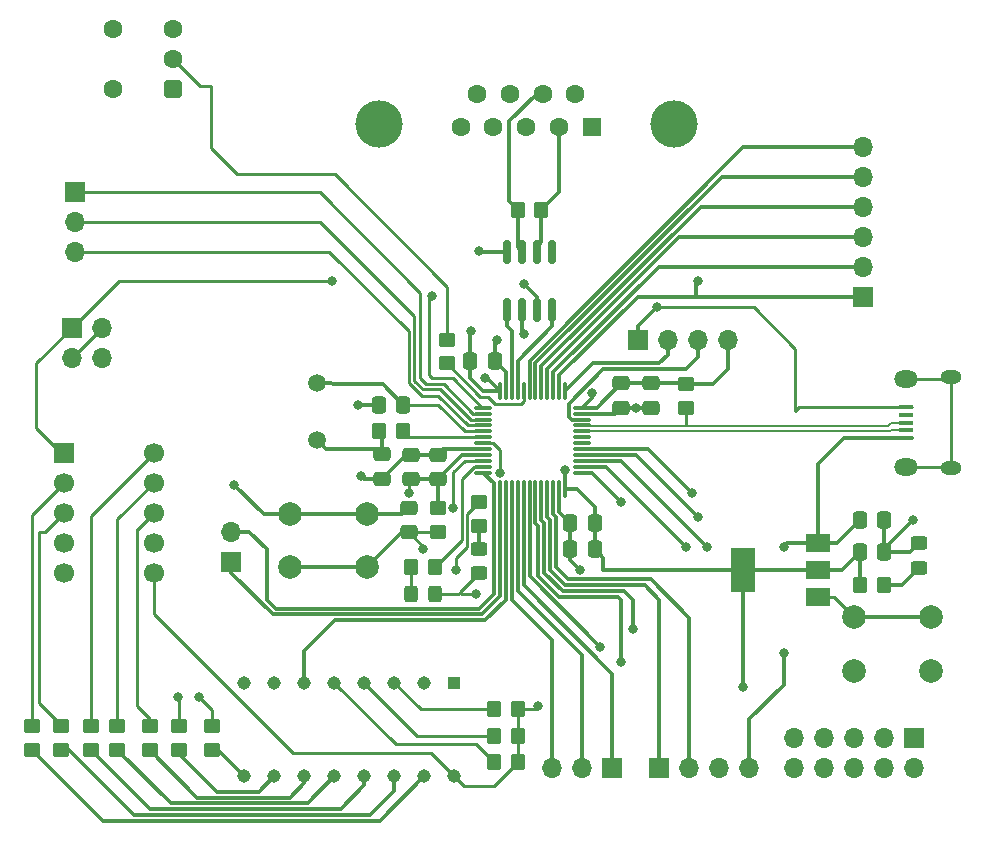
<source format=gbr>
%TF.GenerationSoftware,KiCad,Pcbnew,6.0.9-8da3e8f707~117~ubuntu18.04.1*%
%TF.CreationDate,2023-01-22T23:16:31+05:30*%
%TF.ProjectId,f103_V2,66313033-5f56-4322-9e6b-696361645f70,rev?*%
%TF.SameCoordinates,Original*%
%TF.FileFunction,Copper,L1,Top*%
%TF.FilePolarity,Positive*%
%FSLAX46Y46*%
G04 Gerber Fmt 4.6, Leading zero omitted, Abs format (unit mm)*
G04 Created by KiCad (PCBNEW 6.0.9-8da3e8f707~117~ubuntu18.04.1) date 2023-01-22 23:16:31*
%MOMM*%
%LPD*%
G01*
G04 APERTURE LIST*
G04 Aperture macros list*
%AMRoundRect*
0 Rectangle with rounded corners*
0 $1 Rounding radius*
0 $2 $3 $4 $5 $6 $7 $8 $9 X,Y pos of 4 corners*
0 Add a 4 corners polygon primitive as box body*
4,1,4,$2,$3,$4,$5,$6,$7,$8,$9,$2,$3,0*
0 Add four circle primitives for the rounded corners*
1,1,$1+$1,$2,$3*
1,1,$1+$1,$4,$5*
1,1,$1+$1,$6,$7*
1,1,$1+$1,$8,$9*
0 Add four rect primitives between the rounded corners*
20,1,$1+$1,$2,$3,$4,$5,0*
20,1,$1+$1,$4,$5,$6,$7,0*
20,1,$1+$1,$6,$7,$8,$9,0*
20,1,$1+$1,$8,$9,$2,$3,0*%
G04 Aperture macros list end*
%TA.AperFunction,ComponentPad*%
%ADD10R,1.700000X1.700000*%
%TD*%
%TA.AperFunction,ComponentPad*%
%ADD11O,1.700000X1.700000*%
%TD*%
%TA.AperFunction,SMDPad,CuDef*%
%ADD12RoundRect,0.075000X-0.662500X-0.075000X0.662500X-0.075000X0.662500X0.075000X-0.662500X0.075000X0*%
%TD*%
%TA.AperFunction,SMDPad,CuDef*%
%ADD13RoundRect,0.075000X-0.075000X-0.662500X0.075000X-0.662500X0.075000X0.662500X-0.075000X0.662500X0*%
%TD*%
%TA.AperFunction,SMDPad,CuDef*%
%ADD14RoundRect,0.250000X0.350000X0.450000X-0.350000X0.450000X-0.350000X-0.450000X0.350000X-0.450000X0*%
%TD*%
%TA.AperFunction,ComponentPad*%
%ADD15C,4.000000*%
%TD*%
%TA.AperFunction,ComponentPad*%
%ADD16R,1.600000X1.600000*%
%TD*%
%TA.AperFunction,ComponentPad*%
%ADD17C,1.600000*%
%TD*%
%TA.AperFunction,SMDPad,CuDef*%
%ADD18RoundRect,0.250000X-0.337500X-0.475000X0.337500X-0.475000X0.337500X0.475000X-0.337500X0.475000X0*%
%TD*%
%TA.AperFunction,SMDPad,CuDef*%
%ADD19RoundRect,0.250000X0.450000X-0.350000X0.450000X0.350000X-0.450000X0.350000X-0.450000X-0.350000X0*%
%TD*%
%TA.AperFunction,ComponentPad*%
%ADD20C,2.000000*%
%TD*%
%TA.AperFunction,ComponentPad*%
%ADD21C,1.500000*%
%TD*%
%TA.AperFunction,SMDPad,CuDef*%
%ADD22RoundRect,0.250000X0.450000X-0.325000X0.450000X0.325000X-0.450000X0.325000X-0.450000X-0.325000X0*%
%TD*%
%TA.AperFunction,ComponentPad*%
%ADD23RoundRect,0.400000X-0.400000X-0.400000X0.400000X-0.400000X0.400000X0.400000X-0.400000X0.400000X0*%
%TD*%
%TA.AperFunction,SMDPad,CuDef*%
%ADD24R,1.300000X0.450000*%
%TD*%
%TA.AperFunction,ComponentPad*%
%ADD25O,1.800000X1.150000*%
%TD*%
%TA.AperFunction,ComponentPad*%
%ADD26O,2.000000X1.450000*%
%TD*%
%TA.AperFunction,SMDPad,CuDef*%
%ADD27RoundRect,0.250000X0.337500X0.475000X-0.337500X0.475000X-0.337500X-0.475000X0.337500X-0.475000X0*%
%TD*%
%TA.AperFunction,SMDPad,CuDef*%
%ADD28RoundRect,0.250000X-0.450000X0.350000X-0.450000X-0.350000X0.450000X-0.350000X0.450000X0.350000X0*%
%TD*%
%TA.AperFunction,SMDPad,CuDef*%
%ADD29RoundRect,0.150000X0.150000X-0.825000X0.150000X0.825000X-0.150000X0.825000X-0.150000X-0.825000X0*%
%TD*%
%TA.AperFunction,SMDPad,CuDef*%
%ADD30RoundRect,0.250000X-0.350000X-0.450000X0.350000X-0.450000X0.350000X0.450000X-0.350000X0.450000X0*%
%TD*%
%TA.AperFunction,SMDPad,CuDef*%
%ADD31RoundRect,0.250000X-0.475000X0.337500X-0.475000X-0.337500X0.475000X-0.337500X0.475000X0.337500X0*%
%TD*%
%TA.AperFunction,SMDPad,CuDef*%
%ADD32R,2.000000X1.500000*%
%TD*%
%TA.AperFunction,SMDPad,CuDef*%
%ADD33R,2.000000X3.800000*%
%TD*%
%TA.AperFunction,SMDPad,CuDef*%
%ADD34RoundRect,0.250000X0.475000X-0.337500X0.475000X0.337500X-0.475000X0.337500X-0.475000X-0.337500X0*%
%TD*%
%TA.AperFunction,SMDPad,CuDef*%
%ADD35RoundRect,0.250000X0.325000X0.450000X-0.325000X0.450000X-0.325000X-0.450000X0.325000X-0.450000X0*%
%TD*%
%TA.AperFunction,ComponentPad*%
%ADD36C,1.700000*%
%TD*%
%TA.AperFunction,SMDPad,CuDef*%
%ADD37RoundRect,0.250000X-0.450000X0.325000X-0.450000X-0.325000X0.450000X-0.325000X0.450000X0.325000X0*%
%TD*%
%TA.AperFunction,ComponentPad*%
%ADD38R,1.140000X1.140000*%
%TD*%
%TA.AperFunction,ComponentPad*%
%ADD39C,1.140000*%
%TD*%
%TA.AperFunction,ViaPad*%
%ADD40C,0.800000*%
%TD*%
%TA.AperFunction,Conductor*%
%ADD41C,0.250000*%
%TD*%
%TA.AperFunction,Conductor*%
%ADD42C,0.200000*%
%TD*%
%TA.AperFunction,Conductor*%
%ADD43C,0.300000*%
%TD*%
G04 APERTURE END LIST*
D10*
%TO.P,J5,1,Pin_1*%
%TO.N,/SPI_1_MOSI*%
X155250000Y-120750000D03*
D11*
%TO.P,J5,2,Pin_2*%
%TO.N,/SPI_1_MISO*%
X152710000Y-120750000D03*
%TO.P,J5,3,Pin_3*%
%TO.N,/SPI_1_SCK*%
X150170000Y-120750000D03*
%TD*%
D12*
%TO.P,U4,1,VBAT*%
%TO.N,+3.3V*%
X144337500Y-90250000D03*
%TO.P,U4,2,PC13*%
%TO.N,/PC13*%
X144337500Y-90750000D03*
%TO.P,U4,3,PC14*%
%TO.N,/PC14*%
X144337500Y-91250000D03*
%TO.P,U4,4,PC15*%
%TO.N,/PC15*%
X144337500Y-91750000D03*
%TO.P,U4,5,PD0*%
%TO.N,/OSC_IN*%
X144337500Y-92250000D03*
%TO.P,U4,6,PD1*%
%TO.N,/OSC_OUT*%
X144337500Y-92750000D03*
%TO.P,U4,7,NRST*%
%TO.N,/RESET*%
X144337500Y-93250000D03*
%TO.P,U4,8,VSSA*%
%TO.N,GND*%
X144337500Y-93750000D03*
%TO.P,U4,9,VDDA*%
%TO.N,+3.3V*%
X144337500Y-94250000D03*
%TO.P,U4,10,PA0*%
%TO.N,/LED1*%
X144337500Y-94750000D03*
%TO.P,U4,11,PA1*%
%TO.N,/LED2*%
X144337500Y-95250000D03*
%TO.P,U4,12,PA2*%
%TO.N,/UART_2_Tx*%
X144337500Y-95750000D03*
D13*
%TO.P,U4,13,PA3*%
%TO.N,/UART_2_Rx*%
X145750000Y-97162500D03*
%TO.P,U4,14,PA4*%
%TO.N,/Display_D*%
X146250000Y-97162500D03*
%TO.P,U4,15,PA5*%
%TO.N,/SPI_1_SCK*%
X146750000Y-97162500D03*
%TO.P,U4,16,PA6*%
%TO.N,/SPI_1_MISO*%
X147250000Y-97162500D03*
%TO.P,U4,17,PA7*%
%TO.N,/SPI_1_MOSI*%
X147750000Y-97162500D03*
%TO.P,U4,18,PB0*%
%TO.N,/Display_C*%
X148250000Y-97162500D03*
%TO.P,U4,19,PB1*%
%TO.N,/Display_B*%
X148750000Y-97162500D03*
%TO.P,U4,20,PB2*%
%TO.N,/Display_A*%
X149250000Y-97162500D03*
%TO.P,U4,21,PB10*%
%TO.N,/UART_3_Tx*%
X149750000Y-97162500D03*
%TO.P,U4,22,PB11*%
%TO.N,/UART_3_Rx*%
X150250000Y-97162500D03*
%TO.P,U4,23,VSS*%
%TO.N,GND*%
X150750000Y-97162500D03*
%TO.P,U4,24,VDD*%
%TO.N,+3.3V*%
X151250000Y-97162500D03*
D12*
%TO.P,U4,25,PB12*%
%TO.N,/Usr_Push_btn*%
X152662500Y-95750000D03*
%TO.P,U4,26,PB13*%
%TO.N,/SPI_2_SCK*%
X152662500Y-95250000D03*
%TO.P,U4,27,PB14*%
%TO.N,/SPI_2_MISO*%
X152662500Y-94750000D03*
%TO.P,U4,28,PB15*%
%TO.N,/SPI_2_MOSI*%
X152662500Y-94250000D03*
%TO.P,U4,29,PA8*%
%TO.N,/CS*%
X152662500Y-93750000D03*
%TO.P,U4,30,PA9*%
%TO.N,/A9*%
X152662500Y-93250000D03*
%TO.P,U4,31,PA10*%
%TO.N,/A10*%
X152662500Y-92750000D03*
%TO.P,U4,32,PA11*%
%TO.N,/USB_D-*%
X152662500Y-92250000D03*
%TO.P,U4,33,PA12*%
%TO.N,/USB_D+*%
X152662500Y-91750000D03*
%TO.P,U4,34,PA13*%
%TO.N,/SW_DIO*%
X152662500Y-91250000D03*
%TO.P,U4,35,VSS*%
%TO.N,GND*%
X152662500Y-90750000D03*
%TO.P,U4,36,VDD*%
%TO.N,+3.3V*%
X152662500Y-90250000D03*
D13*
%TO.P,U4,37,PA14*%
%TO.N,/SW_SCK*%
X151250000Y-88837500D03*
%TO.P,U4,38,PA15*%
%TO.N,/PA15*%
X150750000Y-88837500D03*
%TO.P,U4,39,PB3*%
%TO.N,/SW_Trace*%
X150250000Y-88837500D03*
%TO.P,U4,40,PB4*%
%TO.N,/PB4*%
X149750000Y-88837500D03*
%TO.P,U4,41,PB5*%
%TO.N,/PB5*%
X149250000Y-88837500D03*
%TO.P,U4,42,PB6*%
%TO.N,/I2C_1_SCL*%
X148750000Y-88837500D03*
%TO.P,U4,43,PB7*%
%TO.N,/I2C_1_SDA*%
X148250000Y-88837500D03*
%TO.P,U4,44,BOOT0*%
%TO.N,/BOOT0*%
X147750000Y-88837500D03*
%TO.P,U4,45,PB8*%
%TO.N,/CAN_Rx*%
X147250000Y-88837500D03*
%TO.P,U4,46,PB9*%
%TO.N,/CAN_Tx*%
X146750000Y-88837500D03*
%TO.P,U4,47,VSS*%
%TO.N,GND*%
X146250000Y-88837500D03*
%TO.P,U4,48,VDD*%
%TO.N,+3.3V*%
X145750000Y-88837500D03*
%TD*%
D14*
%TO.P,R3,2*%
%TO.N,Net-(R3-Pad2)*%
X145250000Y-120250000D03*
%TO.P,R3,1*%
%TO.N,VBUS*%
X147250000Y-120250000D03*
%TD*%
D15*
%TO.P,J10,0,PAD*%
%TO.N,unconnected-(J10-Pad0)*%
X160460000Y-66200000D03*
X135460000Y-66200000D03*
D16*
%TO.P,J10,1,1*%
%TO.N,/PA15*%
X153500000Y-66500000D03*
D17*
%TO.P,J10,2,2*%
%TO.N,Net-(J10-Pad2)*%
X150730000Y-66500000D03*
%TO.P,J10,3,3*%
%TO.N,GND*%
X147960000Y-66500000D03*
%TO.P,J10,4,4*%
%TO.N,unconnected-(J10-Pad4)*%
X145190000Y-66500000D03*
%TO.P,J10,5,5*%
%TO.N,unconnected-(J10-Pad5)*%
X142420000Y-66500000D03*
%TO.P,J10,6,6*%
%TO.N,GND*%
X152115000Y-63660000D03*
%TO.P,J10,7,7*%
%TO.N,Net-(J10-Pad7)*%
X149345000Y-63660000D03*
%TO.P,J10,8,8*%
%TO.N,unconnected-(J10-Pad8)*%
X146575000Y-63660000D03*
%TO.P,J10,9,9*%
%TO.N,VBUS*%
X143805000Y-63660000D03*
%TD*%
D18*
%TO.P,C2,1*%
%TO.N,VBUS*%
X176212500Y-99750000D03*
%TO.P,C2,2*%
%TO.N,GND*%
X178287500Y-99750000D03*
%TD*%
D19*
%TO.P,R17,1*%
%TO.N,Net-(D2-Pad2)*%
X144000000Y-100250000D03*
%TO.P,R17,2*%
%TO.N,/LED1*%
X144000000Y-98250000D03*
%TD*%
D14*
%TO.P,R1,2*%
%TO.N,Net-(R1-Pad2)*%
X145250000Y-115750000D03*
%TO.P,R1,1*%
%TO.N,VBUS*%
X147250000Y-115750000D03*
%TD*%
D18*
%TO.P,C7,1*%
%TO.N,+3.3V*%
X143212500Y-86250000D03*
%TO.P,C7,2*%
%TO.N,GND*%
X145287500Y-86250000D03*
%TD*%
D20*
%TO.P,SW3,1,1*%
%TO.N,GND*%
X175750000Y-108000000D03*
X182250000Y-108000000D03*
%TO.P,SW3,2,2*%
%TO.N,/Usr_Push_btn*%
X175750000Y-112500000D03*
X182250000Y-112500000D03*
%TD*%
D21*
%TO.P,Y1,1,1*%
%TO.N,Net-(C3-Pad1)*%
X130250000Y-93000000D03*
%TO.P,Y1,2,2*%
%TO.N,/OSC_IN*%
X130250000Y-88120000D03*
%TD*%
D10*
%TO.P,J3,1,Pin_1*%
%TO.N,/PA15*%
X176500000Y-80850000D03*
D11*
%TO.P,J3,2,Pin_2*%
%TO.N,/SW_Trace*%
X176500000Y-78310000D03*
%TO.P,J3,3,Pin_3*%
%TO.N,/PB4*%
X176500000Y-75770000D03*
%TO.P,J3,4,Pin_4*%
%TO.N,/PB5*%
X176500000Y-73230000D03*
%TO.P,J3,5,Pin_5*%
%TO.N,/I2C_1_SCL*%
X176500000Y-70690000D03*
%TO.P,J3,6,Pin_6*%
%TO.N,/I2C_1_SDA*%
X176500000Y-68150000D03*
%TD*%
D10*
%TO.P,J6,1,Pin_1*%
%TO.N,/UART_2_Rx*%
X123000000Y-103275000D03*
D11*
%TO.P,J6,2,Pin_2*%
%TO.N,/UART_2_Tx*%
X123000000Y-100735000D03*
%TD*%
D22*
%TO.P,D2,1,K*%
%TO.N,GND*%
X144000000Y-104275000D03*
%TO.P,D2,2,A*%
%TO.N,Net-(D2-Pad2)*%
X144000000Y-102225000D03*
%TD*%
D17*
%TO.P,SW2,*%
%TO.N,*%
X113010000Y-63290000D03*
X113010000Y-58210000D03*
D23*
%TO.P,SW2,1,A*%
%TO.N,GND*%
X118090000Y-63290000D03*
D17*
%TO.P,SW2,2,B*%
%TO.N,Net-(R7-Pad1)*%
X118090000Y-60750000D03*
%TO.P,SW2,3,C*%
%TO.N,+3.3V*%
X118090000Y-58210000D03*
%TD*%
D24*
%TO.P,J9,1,VBUS*%
%TO.N,VBUS*%
X180095000Y-92805000D03*
%TO.P,J9,2,D-*%
%TO.N,/USB_D-*%
X180095000Y-92155000D03*
%TO.P,J9,3,D+*%
%TO.N,/USB_D+*%
X180095000Y-91505000D03*
%TO.P,J9,4,ID*%
%TO.N,unconnected-(J9-Pad4)*%
X180095000Y-90855000D03*
%TO.P,J9,5,GND*%
%TO.N,GND*%
X180095000Y-90205000D03*
D25*
%TO.P,J9,6,Shield*%
%TO.N,unconnected-(J9-Pad6)*%
X183945000Y-87630000D03*
D26*
X180145000Y-95230000D03*
X180145000Y-87780000D03*
D25*
X183945000Y-95380000D03*
%TD*%
D19*
%TO.P,R13,1*%
%TO.N,Net-(R13-Pad1)*%
X106100000Y-119220000D03*
%TO.P,R13,2*%
%TO.N,Net-(R13-Pad2)*%
X106100000Y-117220000D03*
%TD*%
D27*
%TO.P,C11,1*%
%TO.N,+3.3V*%
X153750000Y-102250000D03*
%TO.P,C11,2*%
%TO.N,GND*%
X151675000Y-102250000D03*
%TD*%
D28*
%TO.P,R7,1*%
%TO.N,Net-(R7-Pad1)*%
X141250000Y-84500000D03*
%TO.P,R7,2*%
%TO.N,/BOOT0*%
X141250000Y-86500000D03*
%TD*%
D19*
%TO.P,R8,1*%
%TO.N,Net-(R8-Pad1)*%
X111100000Y-119220000D03*
%TO.P,R8,2*%
%TO.N,Net-(R8-Pad2)*%
X111100000Y-117220000D03*
%TD*%
%TO.P,R15,1*%
%TO.N,/USB_D+*%
X161500000Y-90250000D03*
%TO.P,R15,2*%
%TO.N,+3.3V*%
X161500000Y-88250000D03*
%TD*%
D29*
%TO.P,U5,1,TXD*%
%TO.N,/CAN_Tx*%
X146345000Y-81975000D03*
%TO.P,U5,2,VSS*%
%TO.N,GND*%
X147615000Y-81975000D03*
%TO.P,U5,3,VDD*%
%TO.N,VBUS*%
X148885000Y-81975000D03*
%TO.P,U5,4,RXD*%
%TO.N,/CAN_Rx*%
X150155000Y-81975000D03*
%TO.P,U5,5,Vref*%
%TO.N,unconnected-(U5-Pad5)*%
X150155000Y-77025000D03*
%TO.P,U5,6,CANL*%
%TO.N,Net-(J10-Pad2)*%
X148885000Y-77025000D03*
%TO.P,U5,7,CANH*%
%TO.N,Net-(J10-Pad7)*%
X147615000Y-77025000D03*
%TO.P,U5,8,Rs*%
%TO.N,GND*%
X146345000Y-77025000D03*
%TD*%
D10*
%TO.P,J1,1,Pin_1*%
%TO.N,GND*%
X157450000Y-84500000D03*
D11*
%TO.P,J1,2,Pin_2*%
%TO.N,/SW_SCK*%
X159990000Y-84500000D03*
%TO.P,J1,3,Pin_3*%
%TO.N,/SW_DIO*%
X162530000Y-84500000D03*
%TO.P,J1,4,Pin_4*%
%TO.N,+3.3V*%
X165070000Y-84500000D03*
%TD*%
%TO.P,J2,3,Pin_3*%
%TO.N,/PC15*%
X109750000Y-77055000D03*
%TO.P,J2,2,Pin_2*%
%TO.N,/PC14*%
X109750000Y-74515000D03*
D10*
%TO.P,J2,1,Pin_1*%
%TO.N,/PC13*%
X109750000Y-71975000D03*
%TD*%
D27*
%TO.P,C12,1*%
%TO.N,+3.3V*%
X153750000Y-100000000D03*
%TO.P,C12,2*%
%TO.N,GND*%
X151675000Y-100000000D03*
%TD*%
D19*
%TO.P,R11,1*%
%TO.N,Net-(R11-Pad1)*%
X118600000Y-119220000D03*
%TO.P,R11,2*%
%TO.N,Net-(R11-Pad2)*%
X118600000Y-117220000D03*
%TD*%
D30*
%TO.P,R18,1*%
%TO.N,Net-(D3-Pad2)*%
X138250000Y-103750000D03*
%TO.P,R18,2*%
%TO.N,/LED2*%
X140250000Y-103750000D03*
%TD*%
D19*
%TO.P,R12,1*%
%TO.N,Net-(R12-Pad1)*%
X121350000Y-119220000D03*
%TO.P,R12,2*%
%TO.N,Net-(R12-Pad2)*%
X121350000Y-117220000D03*
%TD*%
D10*
%TO.P,J8,1,Pin_1*%
%TO.N,/UART_3_Tx*%
X159250000Y-120750000D03*
D11*
%TO.P,J8,2,Pin_2*%
%TO.N,/UART_3_Rx*%
X161790000Y-120750000D03*
%TO.P,J8,3,Pin_3*%
%TO.N,GND*%
X164330000Y-120750000D03*
%TO.P,J8,4,Pin_4*%
%TO.N,VBUS*%
X166870000Y-120750000D03*
%TD*%
D14*
%TO.P,R2,1*%
%TO.N,VBUS*%
X147250000Y-118000000D03*
%TO.P,R2,2*%
%TO.N,Net-(R2-Pad2)*%
X145250000Y-118000000D03*
%TD*%
D20*
%TO.P,SW1,1,1*%
%TO.N,GND*%
X134500000Y-99250000D03*
X128000000Y-99250000D03*
%TO.P,SW1,2,2*%
%TO.N,/RESET*%
X134500000Y-103750000D03*
X128000000Y-103750000D03*
%TD*%
D18*
%TO.P,C5,1*%
%TO.N,GND*%
X135462500Y-90000000D03*
%TO.P,C5,2*%
%TO.N,/OSC_IN*%
X137537500Y-90000000D03*
%TD*%
D31*
%TO.P,C6,1*%
%TO.N,+3.3V*%
X156000000Y-88175000D03*
%TO.P,C6,2*%
%TO.N,GND*%
X156000000Y-90250000D03*
%TD*%
D32*
%TO.P,U1,1,GND*%
%TO.N,GND*%
X172650000Y-106300000D03*
%TO.P,U1,2,VO*%
%TO.N,+3.3V*%
X172650000Y-104000000D03*
D33*
X166350000Y-104000000D03*
D32*
%TO.P,U1,3,VI*%
%TO.N,VBUS*%
X172650000Y-101700000D03*
%TD*%
D34*
%TO.P,C1,1*%
%TO.N,/RESET*%
X138000000Y-100787500D03*
%TO.P,C1,2*%
%TO.N,GND*%
X138000000Y-98712500D03*
%TD*%
%TO.P,C9,1*%
%TO.N,+3.3V*%
X140500000Y-96287500D03*
%TO.P,C9,2*%
%TO.N,GND*%
X140500000Y-94212500D03*
%TD*%
D28*
%TO.P,R4,1*%
%TO.N,+3.3V*%
X140500000Y-98750000D03*
%TO.P,R4,2*%
%TO.N,/RESET*%
X140500000Y-100750000D03*
%TD*%
D18*
%TO.P,C4,1*%
%TO.N,+3.3V*%
X176212500Y-102500000D03*
%TO.P,C4,2*%
%TO.N,GND*%
X178287500Y-102500000D03*
%TD*%
D14*
%TO.P,R16,1*%
%TO.N,Net-(J10-Pad2)*%
X149250000Y-73500000D03*
%TO.P,R16,2*%
%TO.N,Net-(J10-Pad7)*%
X147250000Y-73500000D03*
%TD*%
D35*
%TO.P,D3,1,K*%
%TO.N,GND*%
X140275000Y-106000000D03*
%TO.P,D3,2,A*%
%TO.N,Net-(D3-Pad2)*%
X138225000Y-106000000D03*
%TD*%
D19*
%TO.P,R9,1*%
%TO.N,Net-(R9-Pad1)*%
X113350000Y-119220000D03*
%TO.P,R9,2*%
%TO.N,Net-(R9-Pad2)*%
X113350000Y-117220000D03*
%TD*%
D31*
%TO.P,C3,1*%
%TO.N,Net-(C3-Pad1)*%
X135750000Y-94175000D03*
%TO.P,C3,2*%
%TO.N,GND*%
X135750000Y-96250000D03*
%TD*%
D19*
%TO.P,R14,1*%
%TO.N,Net-(R14-Pad1)*%
X108600000Y-119220000D03*
%TO.P,R14,2*%
%TO.N,Net-(R14-Pad2)*%
X108600000Y-117220000D03*
%TD*%
D34*
%TO.P,C8,1*%
%TO.N,+3.3V*%
X138250000Y-96287500D03*
%TO.P,C8,2*%
%TO.N,GND*%
X138250000Y-94212500D03*
%TD*%
D14*
%TO.P,R5,1*%
%TO.N,/OSC_OUT*%
X137500000Y-92250000D03*
%TO.P,R5,2*%
%TO.N,Net-(C3-Pad1)*%
X135500000Y-92250000D03*
%TD*%
D10*
%TO.P,U3,1,CA*%
%TO.N,VBUS*%
X108817500Y-94047500D03*
D36*
%TO.P,U3,2,F*%
%TO.N,Net-(R13-Pad2)*%
X108817500Y-96587500D03*
%TO.P,U3,3,G*%
%TO.N,Net-(R14-Pad2)*%
X108817500Y-99127500D03*
%TO.P,U3,4,E*%
%TO.N,Net-(R12-Pad2)*%
X108817500Y-101667500D03*
%TO.P,U3,5,D*%
%TO.N,Net-(R11-Pad2)*%
X108817500Y-104207500D03*
%TO.P,U3,6,CA*%
%TO.N,VBUS*%
X116437500Y-104207500D03*
%TO.P,U3,7,DP*%
%TO.N,unconnected-(U3-Pad7)*%
X116437500Y-101667500D03*
%TO.P,U3,8,C*%
%TO.N,Net-(R10-Pad2)*%
X116437500Y-99127500D03*
%TO.P,U3,9,B*%
%TO.N,Net-(R9-Pad2)*%
X116437500Y-96587500D03*
%TO.P,U3,10,A*%
%TO.N,Net-(R8-Pad2)*%
X116437500Y-94047500D03*
%TD*%
D37*
%TO.P,D1,1,K*%
%TO.N,GND*%
X181250000Y-101725000D03*
%TO.P,D1,2,A*%
%TO.N,Net-(D1-Pad2)*%
X181250000Y-103775000D03*
%TD*%
D14*
%TO.P,R6,1*%
%TO.N,Net-(D1-Pad2)*%
X178250000Y-105250000D03*
%TO.P,R6,2*%
%TO.N,+3.3V*%
X176250000Y-105250000D03*
%TD*%
D19*
%TO.P,R10,1*%
%TO.N,Net-(R10-Pad1)*%
X116100000Y-119220000D03*
%TO.P,R10,2*%
%TO.N,Net-(R10-Pad2)*%
X116100000Y-117220000D03*
%TD*%
D10*
%TO.P,J4,1,Pin_1*%
%TO.N,VBUS*%
X109500000Y-83500000D03*
D11*
%TO.P,J4,2,Pin_2*%
%TO.N,GND*%
X112040000Y-83500000D03*
%TO.P,J4,3,Pin_3*%
X109500000Y-86040000D03*
%TO.P,J4,4,Pin_4*%
%TO.N,+3.3V*%
X112040000Y-86040000D03*
%TD*%
D38*
%TO.P,U2,1,B*%
%TO.N,/Display_B*%
X141890000Y-113530000D03*
D39*
%TO.P,U2,2,C*%
%TO.N,/Display_C*%
X139350000Y-113530000D03*
%TO.P,U2,3,LT*%
%TO.N,Net-(R1-Pad2)*%
X136810000Y-113530000D03*
%TO.P,U2,4,BI*%
%TO.N,Net-(R2-Pad2)*%
X134270000Y-113530000D03*
%TO.P,U2,5,RBI*%
%TO.N,Net-(R3-Pad2)*%
X131730000Y-113530000D03*
%TO.P,U2,6,D*%
%TO.N,/Display_D*%
X129190000Y-113530000D03*
%TO.P,U2,7,A*%
%TO.N,/Display_A*%
X126650000Y-113530000D03*
%TO.P,U2,8,GND*%
%TO.N,GND*%
X124110000Y-113530000D03*
%TO.P,U2,9,e*%
%TO.N,Net-(R12-Pad1)*%
X124110000Y-121470000D03*
%TO.P,U2,10,d*%
%TO.N,Net-(R11-Pad1)*%
X126650000Y-121470000D03*
%TO.P,U2,11,c*%
%TO.N,Net-(R10-Pad1)*%
X129190000Y-121470000D03*
%TO.P,U2,12,b*%
%TO.N,Net-(R9-Pad1)*%
X131730000Y-121470000D03*
%TO.P,U2,13,a*%
%TO.N,Net-(R8-Pad1)*%
X134270000Y-121470000D03*
%TO.P,U2,14,g*%
%TO.N,Net-(R14-Pad1)*%
X136810000Y-121470000D03*
%TO.P,U2,15,f*%
%TO.N,Net-(R13-Pad1)*%
X139350000Y-121470000D03*
%TO.P,U2,16,VCC*%
%TO.N,VBUS*%
X141890000Y-121470000D03*
%TD*%
D31*
%TO.P,C10,1*%
%TO.N,+3.3V*%
X158500000Y-88175000D03*
%TO.P,C10,2*%
%TO.N,GND*%
X158500000Y-90250000D03*
%TD*%
D10*
%TO.P,J7,1,Pin_1*%
%TO.N,unconnected-(J7-Pad1)*%
X180830000Y-118210000D03*
D11*
%TO.P,J7,2,Pin_2*%
%TO.N,unconnected-(J7-Pad2)*%
X180830000Y-120750000D03*
%TO.P,J7,3,Pin_3*%
%TO.N,unconnected-(J7-Pad3)*%
X178290000Y-118210000D03*
%TO.P,J7,4,Pin_4*%
%TO.N,/SPI_2_MISO*%
X178290000Y-120750000D03*
%TO.P,J7,5,Pin_5*%
%TO.N,/SPI_2_MOSI*%
X175750000Y-118210000D03*
%TO.P,J7,6,Pin_6*%
%TO.N,/SPI_2_SCK*%
X175750000Y-120750000D03*
%TO.P,J7,7,Pin_7*%
%TO.N,/CS*%
X173210000Y-118210000D03*
%TO.P,J7,8,Pin_8*%
%TO.N,unconnected-(J7-Pad8)*%
X173210000Y-120750000D03*
%TO.P,J7,9,Pin_9*%
%TO.N,+3.3V*%
X170670000Y-118210000D03*
%TO.P,J7,10,Pin_10*%
%TO.N,GND*%
X170670000Y-120750000D03*
%TD*%
D40*
%TO.N,/RESET*%
X139250000Y-102250000D03*
%TO.N,/LED1*%
X142000000Y-104000000D03*
%TO.N,VBUS*%
X147750000Y-79750000D03*
%TO.N,GND*%
X157250000Y-90250000D03*
X159000000Y-81750000D03*
%TO.N,/PA15*%
X162500000Y-79500000D03*
%TO.N,/Usr_Push_btn*%
X156000000Y-98250000D03*
%TO.N,GND*%
X144000000Y-77000000D03*
%TO.N,+3.3V*%
X143250000Y-83750000D03*
%TO.N,GND*%
X134000000Y-96000000D03*
X123250000Y-96750000D03*
%TO.N,+3.3V*%
X138000000Y-97500000D03*
%TO.N,GND*%
X152500000Y-104000000D03*
X145500000Y-84500000D03*
X147750000Y-84000000D03*
X133750000Y-90000000D03*
X180750000Y-99750000D03*
X143750000Y-106000000D03*
%TO.N,+3.3V*%
X144500000Y-87750000D03*
X153529977Y-89029977D03*
X151250000Y-95500000D03*
%TO.N,VBUS*%
X131500000Y-79500000D03*
%TO.N,+3.3V*%
X140000000Y-80750000D03*
%TO.N,/LED1*%
X141799500Y-98750000D03*
%TO.N,/RESET*%
X145750000Y-95750000D03*
%TO.N,Net-(R11-Pad2)*%
X118500000Y-114750000D03*
%TO.N,Net-(R12-Pad2)*%
X120250000Y-114750000D03*
%TO.N,VBUS*%
X149000000Y-115500000D03*
X169750000Y-111000000D03*
X169750000Y-102000000D03*
%TO.N,+3.3V*%
X166350000Y-113890000D03*
%TO.N,/Display_C*%
X154250000Y-110500000D03*
%TO.N,/Display_B*%
X156000000Y-111750000D03*
%TO.N,/Display_A*%
X157000000Y-109000000D03*
%TO.N,/CS*%
X162000000Y-97500000D03*
%TO.N,/SPI_2_MOSI*%
X162500000Y-99500000D03*
%TO.N,/SPI_2_SCK*%
X161500000Y-102000000D03*
%TO.N,/SPI_2_MISO*%
X163250000Y-102000000D03*
%TD*%
D41*
%TO.N,/USB_D+*%
X161500000Y-90250000D02*
X161500000Y-91750000D01*
%TO.N,unconnected-(J9-Pad6)*%
X183945000Y-87630000D02*
X183945000Y-95380000D01*
X180145000Y-95230000D02*
X183795000Y-95230000D01*
X183795000Y-95230000D02*
X183945000Y-95380000D01*
X180145000Y-87780000D02*
X183795000Y-87780000D01*
X183795000Y-87780000D02*
X183945000Y-87630000D01*
D42*
%TO.N,/USB_D-*%
X178763698Y-92225000D02*
X178833698Y-92155000D01*
X178833698Y-92155000D02*
X180095000Y-92155000D01*
%TO.N,/USB_D+*%
X152687499Y-91774999D02*
X178577298Y-91775000D01*
X152662500Y-91750000D02*
X152687499Y-91774999D01*
X178577298Y-91775000D02*
X178847298Y-91505000D01*
X178847298Y-91505000D02*
X180095000Y-91505000D01*
%TO.N,/USB_D-*%
X152662500Y-92250000D02*
X152687499Y-92225001D01*
X152687499Y-92225001D02*
X178763698Y-92225000D01*
D41*
%TO.N,GND*%
X167250000Y-81750000D02*
X170750000Y-85250000D01*
X159000000Y-81750000D02*
X167250000Y-81750000D01*
X170750000Y-85250000D02*
X170750000Y-90500000D01*
X170750000Y-90500000D02*
X171045000Y-90205000D01*
X171045000Y-90205000D02*
X180095000Y-90205000D01*
D42*
%TO.N,/USB_D-*%
X180525000Y-92225000D02*
X180595000Y-92155000D01*
%TO.N,/USB_D+*%
X179690498Y-91505000D02*
X180595000Y-91505000D01*
D43*
%TO.N,VBUS*%
X172650000Y-95000000D02*
X174845000Y-92805000D01*
X172650000Y-101700000D02*
X172650000Y-95000000D01*
X174845000Y-92805000D02*
X180595000Y-92805000D01*
D41*
%TO.N,GND*%
X180595000Y-90205000D02*
X179870000Y-90205000D01*
%TO.N,/RESET*%
X139250000Y-102250000D02*
X139250000Y-102037500D01*
X139250000Y-102037500D02*
X138000000Y-100787500D01*
%TO.N,/LED1*%
X142000000Y-104000000D02*
X142000000Y-103000000D01*
X143974500Y-98250000D02*
X144000000Y-98250000D01*
X142000000Y-103000000D02*
X142974500Y-102025500D01*
X142974500Y-102025500D02*
X142974500Y-99250000D01*
X142974500Y-99250000D02*
X143974500Y-98250000D01*
%TO.N,/LED2*%
X142524500Y-96259815D02*
X142524500Y-101475500D01*
%TO.N,/RESET*%
X138000000Y-100787500D02*
X138037500Y-100750000D01*
X138037500Y-100750000D02*
X140500000Y-100750000D01*
D43*
%TO.N,/OSC_IN*%
X130250000Y-88120000D02*
X131433932Y-88120000D01*
X131433932Y-88120000D02*
X131591966Y-88278034D01*
%TO.N,Net-(C3-Pad1)*%
X130250000Y-93000000D02*
X131000000Y-93750000D01*
%TO.N,VBUS*%
X148885000Y-81975000D02*
X148885000Y-80885000D01*
X148885000Y-80885000D02*
X147750000Y-79750000D01*
%TO.N,GND*%
X157250000Y-90250000D02*
X158500000Y-90250000D01*
X156000000Y-90250000D02*
X157250000Y-90250000D01*
X157450000Y-84500000D02*
X157450000Y-83300000D01*
X157450000Y-83300000D02*
X159000000Y-81750000D01*
%TO.N,/PA15*%
X157400000Y-80850000D02*
X162350000Y-80850000D01*
X162350000Y-79650000D02*
X162500000Y-79500000D01*
X162350000Y-80850000D02*
X176500000Y-80850000D01*
X162350000Y-80850000D02*
X162350000Y-79650000D01*
%TO.N,/Usr_Push_btn*%
X152662500Y-95750000D02*
X153500000Y-95750000D01*
X153500000Y-95750000D02*
X156000000Y-98250000D01*
%TO.N,GND*%
X146345000Y-77025000D02*
X144025000Y-77025000D01*
X144025000Y-77025000D02*
X144000000Y-77000000D01*
%TO.N,+3.3V*%
X143212500Y-86250000D02*
X143212500Y-83787500D01*
X143212500Y-83787500D02*
X143250000Y-83750000D01*
%TO.N,GND*%
X135750000Y-96250000D02*
X134250000Y-96250000D01*
X134250000Y-96250000D02*
X134000000Y-96000000D01*
X128000000Y-99250000D02*
X125750000Y-99250000D01*
X125750000Y-99250000D02*
X123250000Y-96750000D01*
D41*
%TO.N,+3.3V*%
X138000000Y-96537500D02*
X138250000Y-96287500D01*
X138000000Y-97500000D02*
X138000000Y-96537500D01*
D43*
%TO.N,GND*%
X151675000Y-103175000D02*
X152500000Y-104000000D01*
X151675000Y-102250000D02*
X151675000Y-103175000D01*
X145287500Y-86250000D02*
X145287500Y-84712500D01*
X145287500Y-84712500D02*
X145500000Y-84500000D01*
X147615000Y-81975000D02*
X147615000Y-83865000D01*
X147615000Y-83865000D02*
X147750000Y-84000000D01*
X135462500Y-90000000D02*
X133750000Y-90000000D01*
%TO.N,/OSC_IN*%
X131591966Y-88278034D02*
X135815534Y-88278034D01*
X135815534Y-88278034D02*
X137537500Y-90000000D01*
%TO.N,Net-(D1-Pad2)*%
X178250000Y-105250000D02*
X179775000Y-105250000D01*
X179775000Y-105250000D02*
X181250000Y-103775000D01*
%TO.N,GND*%
X178287500Y-102500000D02*
X178287500Y-102212500D01*
X178287500Y-102212500D02*
X180750000Y-99750000D01*
D41*
X142387500Y-105887500D02*
X142500000Y-106000000D01*
X142500000Y-106000000D02*
X143750000Y-106000000D01*
X142387500Y-105887500D02*
X144000000Y-104275000D01*
X142275000Y-106000000D02*
X142387500Y-105887500D01*
D43*
%TO.N,+3.3V*%
X144500000Y-87750000D02*
X144662500Y-87750000D01*
X144662500Y-87750000D02*
X145750000Y-88837500D01*
%TO.N,Net-(D2-Pad2)*%
X144000000Y-100250000D02*
X144000000Y-102225000D01*
%TO.N,+3.3V*%
X153529977Y-89029977D02*
X153529977Y-89382523D01*
X153529977Y-89382523D02*
X152662500Y-90250000D01*
X151250000Y-97162500D02*
X151250000Y-95500000D01*
%TO.N,/PA15*%
X150750000Y-88837500D02*
X150750000Y-87500000D01*
X150750000Y-87500000D02*
X157400000Y-80850000D01*
%TO.N,/SW_Trace*%
X150250000Y-88837500D02*
X150250000Y-87250000D01*
X150250000Y-87250000D02*
X159190000Y-78310000D01*
X159190000Y-78310000D02*
X176500000Y-78310000D01*
%TO.N,/PB4*%
X149750000Y-86957106D02*
X160853553Y-75853553D01*
X176500000Y-75770000D02*
X160937106Y-75770000D01*
X160937106Y-75770000D02*
X160853553Y-75853553D01*
X149750000Y-88837500D02*
X149750000Y-86957106D01*
%TO.N,/PB5*%
X149250000Y-86750000D02*
X162750000Y-73250000D01*
X176500000Y-73230000D02*
X162770000Y-73230000D01*
X162770000Y-73230000D02*
X162750000Y-73250000D01*
X149250000Y-88837500D02*
X149250000Y-86750000D01*
%TO.N,/I2C_1_SCL*%
X148750000Y-88837500D02*
X148750000Y-86500000D01*
X148750000Y-86500000D02*
X164560000Y-70690000D01*
X164560000Y-70690000D02*
X176500000Y-70690000D01*
%TO.N,/I2C_1_SDA*%
X148250000Y-88837500D02*
X148250000Y-86250000D01*
X148250000Y-86250000D02*
X166350000Y-68150000D01*
X166350000Y-68150000D02*
X176500000Y-68150000D01*
%TO.N,Net-(J10-Pad7)*%
X147250000Y-73500000D02*
X146500000Y-72750000D01*
X146500000Y-72750000D02*
X146500000Y-66000000D01*
X146500000Y-66000000D02*
X148840000Y-63660000D01*
X148840000Y-63660000D02*
X149345000Y-63660000D01*
%TO.N,Net-(J10-Pad2)*%
X149250000Y-73500000D02*
X150730000Y-72020000D01*
X150730000Y-72020000D02*
X150730000Y-66500000D01*
X148885000Y-77025000D02*
X148885000Y-76612893D01*
X148885000Y-76612893D02*
X149250000Y-76247893D01*
X149250000Y-76247893D02*
X149250000Y-73500000D01*
%TO.N,Net-(J10-Pad7)*%
X147615000Y-77025000D02*
X147250000Y-76660000D01*
X147250000Y-76660000D02*
X147250000Y-73500000D01*
D41*
%TO.N,VBUS*%
X109500000Y-83500000D02*
X113500000Y-79500000D01*
X113500000Y-79500000D02*
X131500000Y-79500000D01*
D43*
%TO.N,/CAN_Rx*%
X147250000Y-88837500D02*
X147250000Y-86250000D01*
X147250000Y-86250000D02*
X150155000Y-83345000D01*
X150155000Y-83345000D02*
X150155000Y-81975000D01*
%TO.N,/CAN_Tx*%
X146750000Y-88837500D02*
X146750000Y-83750000D01*
X146750000Y-83750000D02*
X146345000Y-83345000D01*
X146345000Y-83345000D02*
X146345000Y-81975000D01*
D41*
%TO.N,Net-(R7-Pad1)*%
X141250000Y-84500000D02*
X141250000Y-80000000D01*
X141250000Y-80000000D02*
X131750000Y-70500000D01*
X131750000Y-70500000D02*
X123500000Y-70500000D01*
X123500000Y-70500000D02*
X121250000Y-68250000D01*
X121250000Y-68250000D02*
X121250000Y-63000000D01*
X121250000Y-63000000D02*
X120340000Y-63000000D01*
X120340000Y-63000000D02*
X118090000Y-60750000D01*
%TO.N,+3.3V*%
X139750000Y-84000000D02*
X139750000Y-81000000D01*
X139750000Y-81000000D02*
X140000000Y-80750000D01*
%TO.N,/PC13*%
X139000000Y-80500000D02*
X130475000Y-71975000D01*
X139000000Y-87750000D02*
X139000000Y-80500000D01*
X141000000Y-88250000D02*
X139500000Y-88250000D01*
X139500000Y-88250000D02*
X139000000Y-87750000D01*
X143500000Y-90750000D02*
X141000000Y-88250000D01*
X144337500Y-90750000D02*
X143500000Y-90750000D01*
X130475000Y-71975000D02*
X109750000Y-71975000D01*
%TO.N,/PC14*%
X138500000Y-88000000D02*
X138500000Y-82500000D01*
X138500000Y-82500000D02*
X130515000Y-74515000D01*
X130515000Y-74515000D02*
X109750000Y-74515000D01*
X139200000Y-88700000D02*
X138500000Y-88000000D01*
X140700000Y-88700000D02*
X139200000Y-88700000D01*
X143250000Y-91250000D02*
X140700000Y-88700000D01*
X144337500Y-91250000D02*
X143250000Y-91250000D01*
%TO.N,/PC15*%
X138000000Y-83750000D02*
X131305000Y-77055000D01*
X138000000Y-88136396D02*
X138000000Y-83750000D01*
X139113604Y-89250000D02*
X138000000Y-88136396D01*
X140500000Y-89250000D02*
X139113604Y-89250000D01*
X143000000Y-91750000D02*
X140500000Y-89250000D01*
X144337500Y-91750000D02*
X143000000Y-91750000D01*
X131305000Y-77055000D02*
X109750000Y-77055000D01*
%TO.N,/OSC_OUT*%
X144337500Y-92750000D02*
X138000000Y-92750000D01*
X138000000Y-92750000D02*
X137500000Y-92250000D01*
%TO.N,/OSC_IN*%
X144337500Y-92250000D02*
X142750000Y-92250000D01*
X140500000Y-90000000D02*
X137537500Y-90000000D01*
X142750000Y-92250000D02*
X140500000Y-90000000D01*
%TO.N,+3.3V*%
X140000000Y-87750000D02*
X139750000Y-87500000D01*
X139750000Y-87500000D02*
X139750000Y-84000000D01*
X141750000Y-87750000D02*
X140000000Y-87750000D01*
X144337500Y-90250000D02*
X144250000Y-90250000D01*
X144250000Y-90250000D02*
X141750000Y-87750000D01*
%TO.N,VBUS*%
X108817500Y-94047500D02*
X108547500Y-94047500D01*
X106500000Y-86500000D02*
X109500000Y-83500000D01*
X108547500Y-94047500D02*
X106500000Y-92000000D01*
X106500000Y-92000000D02*
X106500000Y-86500000D01*
%TO.N,GND*%
X109500000Y-86040000D02*
X112040000Y-83500000D01*
%TO.N,/LED2*%
X143534315Y-95250000D02*
X142524500Y-96259815D01*
X144337500Y-95250000D02*
X143534315Y-95250000D01*
X142524500Y-101475500D02*
X140250000Y-103750000D01*
%TO.N,/LED1*%
X142750000Y-94750000D02*
X141799500Y-95700500D01*
X144337500Y-94750000D02*
X142750000Y-94750000D01*
X141799500Y-95700500D02*
X141799500Y-98750000D01*
%TO.N,GND*%
X140275000Y-106000000D02*
X142275000Y-106000000D01*
%TO.N,Net-(D3-Pad2)*%
X138250000Y-103750000D02*
X138250000Y-105975000D01*
X138250000Y-105975000D02*
X138225000Y-106000000D01*
%TO.N,/RESET*%
X144337500Y-93250000D02*
X145140685Y-93250000D01*
X145140685Y-93250000D02*
X145750000Y-93859315D01*
X145750000Y-93859315D02*
X145750000Y-95750000D01*
%TO.N,VBUS*%
X141890000Y-121470000D02*
X142670000Y-122250000D01*
X145250000Y-122250000D02*
X147250000Y-120250000D01*
X142670000Y-122250000D02*
X145250000Y-122250000D01*
%TO.N,Net-(R13-Pad2)*%
X106100000Y-117220000D02*
X106100000Y-99305000D01*
X106100000Y-99305000D02*
X108817500Y-96587500D01*
%TO.N,Net-(R14-Pad2)*%
X108600000Y-117220000D02*
X108600000Y-117100000D01*
X108600000Y-117100000D02*
X106750000Y-115250000D01*
X106750000Y-115250000D02*
X106750000Y-100750000D01*
X106750000Y-100750000D02*
X107195000Y-100750000D01*
X107195000Y-100750000D02*
X108817500Y-99127500D01*
%TO.N,Net-(R8-Pad2)*%
X111100000Y-117220000D02*
X111100000Y-99385000D01*
X111100000Y-99385000D02*
X116437500Y-94047500D01*
%TO.N,Net-(R9-Pad2)*%
X113350000Y-117220000D02*
X113350000Y-99675000D01*
X113350000Y-99675000D02*
X116437500Y-96587500D01*
%TO.N,Net-(R10-Pad2)*%
X116100000Y-116600000D02*
X115000000Y-115500000D01*
X116100000Y-117220000D02*
X116100000Y-116600000D01*
X115000000Y-115500000D02*
X115000000Y-100500000D01*
X115000000Y-100500000D02*
X115065000Y-100500000D01*
X115065000Y-100500000D02*
X116437500Y-99127500D01*
%TO.N,Net-(R11-Pad2)*%
X118600000Y-117220000D02*
X118600000Y-114850000D01*
X118600000Y-114850000D02*
X118500000Y-114750000D01*
%TO.N,Net-(R12-Pad2)*%
X121350000Y-117220000D02*
X121350000Y-115850000D01*
X121350000Y-115850000D02*
X120250000Y-114750000D01*
%TO.N,VBUS*%
X141890000Y-121470000D02*
X139920000Y-119500000D01*
X139920000Y-119500000D02*
X128250000Y-119500000D01*
X128250000Y-119500000D02*
X116437500Y-107687500D01*
X116437500Y-107687500D02*
X116437500Y-104207500D01*
X147250000Y-115750000D02*
X148750000Y-115750000D01*
X148750000Y-115750000D02*
X149000000Y-115500000D01*
D43*
X172650000Y-101700000D02*
X170050000Y-101700000D01*
X169750000Y-111000000D02*
X169750000Y-113750000D01*
X170050000Y-101700000D02*
X169750000Y-102000000D01*
X169750000Y-113750000D02*
X166870000Y-116630000D01*
X166870000Y-116630000D02*
X166870000Y-120750000D01*
D41*
%TO.N,GND*%
X172650000Y-106300000D02*
X174050000Y-106300000D01*
X174050000Y-106300000D02*
X175750000Y-108000000D01*
%TO.N,VBUS*%
X147250000Y-120250000D02*
X147250000Y-118000000D01*
X147250000Y-115750000D02*
X147250000Y-118000000D01*
%TO.N,Net-(R3-Pad2)*%
X131730000Y-113530000D02*
X136950000Y-118750000D01*
X136950000Y-118750000D02*
X143750000Y-118750000D01*
X143750000Y-118750000D02*
X145250000Y-120250000D01*
%TO.N,Net-(R2-Pad2)*%
X134270000Y-113530000D02*
X138740000Y-118000000D01*
X138740000Y-118000000D02*
X145250000Y-118000000D01*
%TO.N,Net-(R1-Pad2)*%
X136810000Y-113530000D02*
X139030000Y-115750000D01*
X139030000Y-115750000D02*
X145250000Y-115750000D01*
D43*
%TO.N,Net-(R13-Pad1)*%
X106100000Y-119220000D02*
X112130000Y-125250000D01*
X112130000Y-125250000D02*
X135570000Y-125250000D01*
X135570000Y-125250000D02*
X139350000Y-121470000D01*
%TO.N,Net-(R14-Pad1)*%
X108600000Y-119220000D02*
X109220000Y-119220000D01*
X109220000Y-119220000D02*
X114750000Y-124750000D01*
X114750000Y-124750000D02*
X134750000Y-124750000D01*
X134750000Y-124750000D02*
X136810000Y-122690000D01*
X136810000Y-122690000D02*
X136810000Y-121470000D01*
%TO.N,Net-(R8-Pad1)*%
X111100000Y-119220000D02*
X116130000Y-124250000D01*
X116130000Y-124250000D02*
X132250000Y-124250000D01*
X132250000Y-124250000D02*
X134270000Y-122230000D01*
X134270000Y-122230000D02*
X134270000Y-121470000D01*
%TO.N,Net-(R9-Pad1)*%
X113350000Y-119220000D02*
X117880000Y-123750000D01*
X117880000Y-123750000D02*
X129500000Y-123750000D01*
X129500000Y-123750000D02*
X129500000Y-123700000D01*
X129500000Y-123700000D02*
X131730000Y-121470000D01*
%TO.N,Net-(R10-Pad1)*%
X116100000Y-119220000D02*
X120130000Y-123250000D01*
X120130000Y-123250000D02*
X128000000Y-123250000D01*
X128000000Y-123250000D02*
X129190000Y-122060000D01*
X129190000Y-122060000D02*
X129190000Y-121470000D01*
%TO.N,Net-(R11-Pad1)*%
X126650000Y-121470000D02*
X125370000Y-122750000D01*
X125370000Y-122750000D02*
X121750000Y-122750000D01*
X121750000Y-122750000D02*
X118600000Y-119600000D01*
X118600000Y-119600000D02*
X118600000Y-119220000D01*
%TO.N,Net-(R12-Pad1)*%
X121350000Y-119220000D02*
X121860000Y-119220000D01*
X121860000Y-119220000D02*
X124110000Y-121470000D01*
%TO.N,/Display_C*%
X148250000Y-104500000D02*
X154250000Y-110500000D01*
X148250000Y-97162500D02*
X148250000Y-104000000D01*
X148250000Y-104000000D02*
X148250000Y-104500000D01*
%TO.N,/Display_B*%
X150500000Y-106000000D02*
X150750000Y-106250000D01*
X149000000Y-104500000D02*
X150500000Y-106000000D01*
X148750000Y-99750000D02*
X148750000Y-100000000D01*
X155750000Y-106250000D02*
X156000000Y-106500000D01*
X156000000Y-106500000D02*
X156000000Y-111750000D01*
X149000000Y-104000000D02*
X149000000Y-104500000D01*
X148750000Y-97162500D02*
X148750000Y-99750000D01*
X149000000Y-100250000D02*
X149000000Y-104000000D01*
X150750000Y-106250000D02*
X155750000Y-106250000D01*
X148750000Y-100000000D02*
X149000000Y-100250000D01*
%TO.N,/Display_A*%
X151042894Y-105750000D02*
X149500000Y-104207106D01*
X149500000Y-104207106D02*
X149500000Y-100000000D01*
X156250000Y-105750000D02*
X151042894Y-105750000D01*
X157000000Y-106500000D02*
X156250000Y-105750000D01*
X157000000Y-109000000D02*
X157000000Y-106500000D01*
X149500000Y-100000000D02*
X149250000Y-99750000D01*
X149250000Y-99750000D02*
X149250000Y-97162500D01*
%TO.N,/UART_3_Tx*%
X149750000Y-97162500D02*
X149750000Y-99500000D01*
X149750000Y-99500000D02*
X150000000Y-99750000D01*
X159250000Y-106500000D02*
X159250000Y-120750000D01*
X150000000Y-99750000D02*
X150000000Y-104000000D01*
X150000000Y-104000000D02*
X151250000Y-105250000D01*
X151250000Y-105250000D02*
X158000000Y-105250000D01*
X158000000Y-105250000D02*
X159250000Y-106500000D01*
%TO.N,+3.3V*%
X154500000Y-104000000D02*
X154500000Y-103000000D01*
X154500000Y-103000000D02*
X153750000Y-102250000D01*
%TO.N,/UART_3_Rx*%
X150250000Y-97162500D02*
X150250000Y-99282106D01*
X150250000Y-99282106D02*
X150500000Y-99532106D01*
X150500000Y-99532106D02*
X150500000Y-103750000D01*
X150500000Y-103750000D02*
X151500000Y-104750000D01*
X151500000Y-104750000D02*
X158500000Y-104750000D01*
X158500000Y-104750000D02*
X161790000Y-108040000D01*
X161790000Y-108040000D02*
X161790000Y-120750000D01*
%TO.N,GND*%
X150750000Y-97162500D02*
X150750000Y-99075000D01*
X150750000Y-99075000D02*
X151675000Y-100000000D01*
%TO.N,+3.3V*%
X153750000Y-98662500D02*
X152250000Y-97162500D01*
X152250000Y-97162500D02*
X151250000Y-97162500D01*
%TO.N,/Display_D*%
X146250000Y-97162500D02*
X146250000Y-106500000D01*
X146250000Y-106500000D02*
X144500000Y-108250000D01*
X144500000Y-108250000D02*
X131750000Y-108250000D01*
X131750000Y-108250000D02*
X129190000Y-110810000D01*
X129190000Y-110810000D02*
X129190000Y-113530000D01*
%TO.N,/SPI_1_SCK*%
X146750000Y-97162500D02*
X146750000Y-106500000D01*
X146750000Y-106500000D02*
X150170000Y-109920000D01*
X150170000Y-109920000D02*
X150170000Y-120750000D01*
%TO.N,/SPI_1_MISO*%
X147250000Y-97162500D02*
X147250000Y-105750000D01*
X152710000Y-111210000D02*
X152710000Y-120750000D01*
X147250000Y-105750000D02*
X152710000Y-111210000D01*
%TO.N,/SPI_1_MOSI*%
X147750000Y-97162500D02*
X147750000Y-105250000D01*
X147750000Y-105250000D02*
X155250000Y-112750000D01*
X155250000Y-112750000D02*
X155250000Y-120750000D01*
%TO.N,+3.3V*%
X166350000Y-104000000D02*
X166350000Y-113890000D01*
%TO.N,/CS*%
X152662500Y-93750000D02*
X158250000Y-93750000D01*
X158250000Y-93750000D02*
X162000000Y-97500000D01*
%TO.N,/SPI_2_MOSI*%
X157250000Y-94250000D02*
X162500000Y-99500000D01*
X156559954Y-94250000D02*
X157250000Y-94250000D01*
%TO.N,/SPI_2_SCK*%
X154500000Y-95250000D02*
X154750000Y-95250000D01*
X154750000Y-95250000D02*
X161500000Y-102000000D01*
X152662500Y-95250000D02*
X154500000Y-95250000D01*
%TO.N,/SPI_2_MOSI*%
X152662500Y-94250000D02*
X156559954Y-94250000D01*
%TO.N,/SPI_2_MISO*%
X156000000Y-94750000D02*
X163250000Y-102000000D01*
X152662500Y-94750000D02*
X156000000Y-94750000D01*
%TO.N,GND*%
X175750000Y-108000000D02*
X182250000Y-108000000D01*
D42*
%TO.N,/USB_D+*%
X161524999Y-91774999D02*
X161500000Y-91750000D01*
D43*
%TO.N,+3.3V*%
X161500000Y-88250000D02*
X163750000Y-88250000D01*
X163750000Y-88250000D02*
X165070000Y-86930000D01*
X165070000Y-86930000D02*
X165070000Y-84500000D01*
X158500000Y-88175000D02*
X161425000Y-88175000D01*
X161425000Y-88175000D02*
X161500000Y-88250000D01*
%TO.N,GND*%
X152662500Y-90750000D02*
X155500000Y-90750000D01*
X155500000Y-90750000D02*
X156000000Y-90250000D01*
%TO.N,/UART_2_Rx*%
X145750000Y-97162500D02*
X145750000Y-106207106D01*
X145750000Y-106207106D02*
X144207106Y-107750000D01*
X144207106Y-107750000D02*
X126500000Y-107750000D01*
X126500000Y-107750000D02*
X123000000Y-104250000D01*
X123000000Y-104250000D02*
X123000000Y-103275000D01*
%TO.N,/UART_2_Tx*%
X145250000Y-106000000D02*
X144000000Y-107250000D01*
X126750000Y-107250000D02*
X126000000Y-106500000D01*
X144000000Y-107250000D02*
X126750000Y-107250000D01*
X145250000Y-96662500D02*
X145250000Y-106000000D01*
X144337500Y-95750000D02*
X145250000Y-96662500D01*
X126000000Y-106500000D02*
X126000000Y-102250000D01*
X126000000Y-102250000D02*
X124485000Y-100735000D01*
X124485000Y-100735000D02*
X123000000Y-100735000D01*
%TO.N,Net-(C3-Pad1)*%
X131000000Y-93750000D02*
X135325000Y-93750000D01*
X135325000Y-93750000D02*
X135750000Y-94175000D01*
%TO.N,+3.3V*%
X152662500Y-90250000D02*
X153925000Y-90250000D01*
X153925000Y-90250000D02*
X156000000Y-88175000D01*
%TO.N,/SW_DIO*%
X161500000Y-87000000D02*
X162530000Y-85970000D01*
X151575000Y-89925000D02*
X154500000Y-87000000D01*
X151575000Y-91001041D02*
X151575000Y-89925000D01*
X151823959Y-91250000D02*
X151575000Y-91001041D01*
X154500000Y-87000000D02*
X161500000Y-87000000D01*
X152662500Y-91250000D02*
X151823959Y-91250000D01*
X162530000Y-85970000D02*
X162530000Y-84500000D01*
%TO.N,/SW_SCK*%
X151250000Y-88837500D02*
X153587500Y-86500000D01*
X153587500Y-86500000D02*
X159250000Y-86500000D01*
X159250000Y-86500000D02*
X159990000Y-85760000D01*
X159990000Y-85760000D02*
X159990000Y-84500000D01*
%TO.N,+3.3V*%
X156000000Y-88175000D02*
X158500000Y-88175000D01*
%TO.N,GND*%
X178287500Y-102500000D02*
X180475000Y-102500000D01*
X180475000Y-102500000D02*
X181250000Y-101725000D01*
X178287500Y-102500000D02*
X178287500Y-99750000D01*
%TO.N,+3.3V*%
X176250000Y-105250000D02*
X176250000Y-102537500D01*
X176250000Y-102537500D02*
X176212500Y-102500000D01*
X172650000Y-104000000D02*
X174712500Y-104000000D01*
X174712500Y-104000000D02*
X176212500Y-102500000D01*
X166350000Y-104000000D02*
X172650000Y-104000000D01*
%TO.N,VBUS*%
X172650000Y-101700000D02*
X174262500Y-101700000D01*
X174262500Y-101700000D02*
X176212500Y-99750000D01*
%TO.N,+3.3V*%
X166350000Y-104000000D02*
X154500000Y-104000000D01*
X153750000Y-102250000D02*
X153750000Y-100000000D01*
X153750000Y-98662500D02*
X153750000Y-100000000D01*
%TO.N,GND*%
X151675000Y-102250000D02*
X151675000Y-100000000D01*
%TO.N,/RESET*%
X134500000Y-103750000D02*
X137462500Y-100787500D01*
X137462500Y-100787500D02*
X138000000Y-100787500D01*
%TO.N,GND*%
X134500000Y-99250000D02*
X137462500Y-99250000D01*
X137462500Y-99250000D02*
X138000000Y-98712500D01*
%TO.N,/RESET*%
X128000000Y-103750000D02*
X134500000Y-103750000D01*
%TO.N,GND*%
X128000000Y-99250000D02*
X134500000Y-99250000D01*
%TO.N,Net-(C3-Pad1)*%
X135750000Y-94175000D02*
X135750000Y-93000000D01*
%TO.N,GND*%
X135750000Y-96250000D02*
X137787500Y-94212500D01*
X137787500Y-94212500D02*
X138250000Y-94212500D01*
%TO.N,+3.3V*%
X140500000Y-98750000D02*
X140500000Y-96287500D01*
X144337500Y-94250000D02*
X142537500Y-94250000D01*
X142537500Y-94250000D02*
X140500000Y-96287500D01*
X138250000Y-96287500D02*
X140500000Y-96287500D01*
%TO.N,GND*%
X140500000Y-94212500D02*
X138250000Y-94212500D01*
X144337500Y-93750000D02*
X140962500Y-93750000D01*
X140962500Y-93750000D02*
X140500000Y-94212500D01*
D41*
%TO.N,/BOOT0*%
X147750000Y-89640685D02*
X147490685Y-89900000D01*
X147750000Y-88837500D02*
X147750000Y-89640685D01*
X147490685Y-89900000D02*
X145337500Y-89900000D01*
X145337500Y-89900000D02*
X144750000Y-89312500D01*
X144750000Y-89312500D02*
X144062500Y-89312500D01*
X144062500Y-89312500D02*
X141250000Y-86500000D01*
D43*
%TO.N,+3.3V*%
X145750000Y-88837500D02*
X144337500Y-88837500D01*
X144337500Y-88837500D02*
X143212500Y-87712500D01*
X143212500Y-87712500D02*
X143212500Y-86250000D01*
%TO.N,GND*%
X146250000Y-88837500D02*
X146250000Y-87212500D01*
X146250000Y-87212500D02*
X145287500Y-86250000D01*
%TD*%
M02*

</source>
